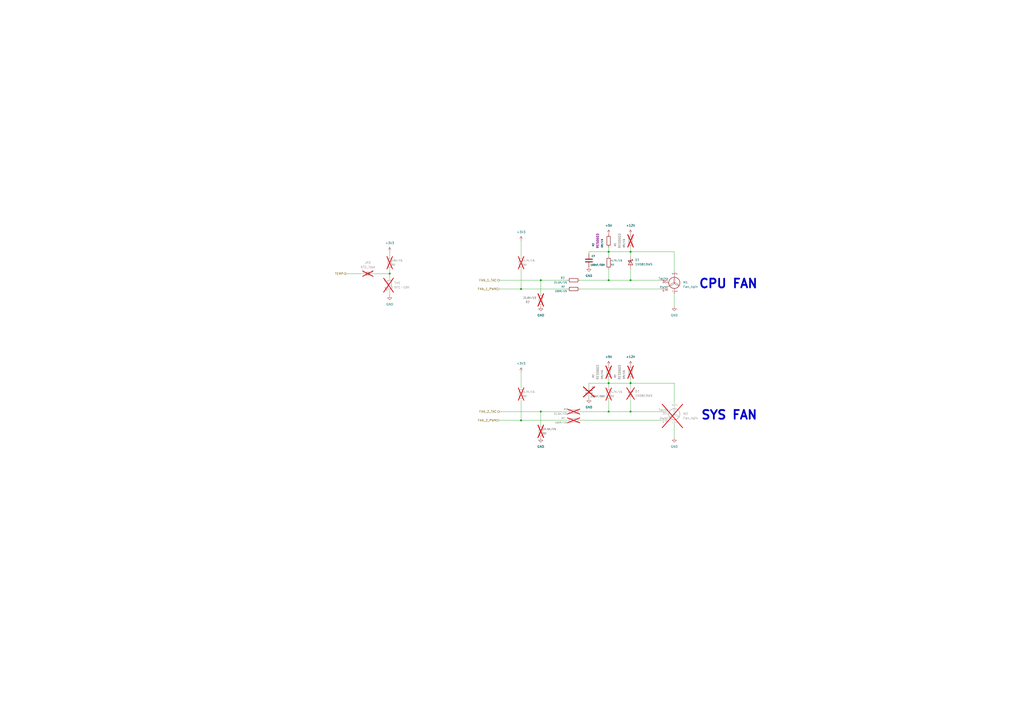
<source format=kicad_sch>
(kicad_sch (version 20231120) (generator "eeschema") (generator_version "8.0")
  (paper "A2")
  (lib_symbols
    (symbol "Device:C" (pin_numbers hide) (pin_names (offset 0.254))
      (property "Reference" "C" (at 0.635 2.54 0))
      (property "Value" "C" (at 0.635 -2.54 0))
      (symbol "C_0_1"
        (polyline (pts (xy -2.032 -0.762) (xy 2.032 -0.762)) (stroke (width 0.508)))
        (polyline (pts (xy -2.032 0.762) (xy 2.032 0.762)) (stroke (width 0.508)))
      )
      (symbol "C_1_1"
        (pin passive line (at 0 3.81 270) (length 2.794) (name "~") (number "1"))
        (pin passive line (at 0 -3.81 90) (length 2.794) (name "~") (number "2"))
      )
    )
    (symbol "Device:R" (pin_numbers hide) (pin_names (offset 0))
      (property "Reference" "R" (at 2.032 0 90))
      (property "Value" "R" (at 0 0 90))
      (symbol "R_0_1"
        (rectangle (start -1.016 -2.54) (end 1.016 2.54) (stroke (width 0.254)))
      )
      (symbol "R_1_1"
        (pin passive line (at 0 3.81 270) (length 1.27) (name "~") (number "1"))
        (pin passive line (at 0 -3.81 90) (length 1.27) (name "~") (number "2"))
      )
    )
    (symbol "Device:Thermistor_NTC" (pin_numbers hide) (pin_names (offset 0))
      (property "Reference" "TH" (at -4.445 0 90))
      (property "Value" "Thermistor_NTC" (at 3.175 0 90))
      (symbol "Thermistor_NTC_0_1"
        (arc (start -3.048 2.159) (mid -3.0495 2.3143) (end -3.175 2.413))
        (arc (start -3.048 2.159) (mid -2.9736 1.9794) (end -2.794 1.905))
        (arc (start -3.048 2.794) (mid -2.9736 2.6144) (end -2.794 2.54))
        (arc (start -2.794 1.905) (mid -2.6144 1.9794) (end -2.54 2.159))
        (arc (start -2.794 2.54) (mid -2.4393 2.5587) (end -2.159 2.794))
        (arc (start -2.794 3.048) (mid -2.9736 2.9736) (end -3.048 2.794))
        (arc (start -2.54 2.794) (mid -2.6144 2.9736) (end -2.794 3.048))
        (rectangle (start -1.016 2.54) (end 1.016 -2.54) (stroke (width 0.254)))
        (polyline (pts (xy -2.54 2.159) (xy -2.54 2.794)))
        (polyline (pts (xy -1.778 2.54) (xy -1.778 1.524) (xy 1.778 -1.524) (xy 1.778 -2.54)))
        (polyline (pts (xy -2.54 -3.683) (xy -2.54 -1.397) (xy -2.794 -2.159) (xy -2.286 -2.159) (xy -2.54 -1.397) (xy -2.54 -1.651)) (fill (type outline)))
        (polyline (pts (xy -1.778 -1.397) (xy -1.778 -3.683) (xy -2.032 -2.921) (xy -1.524 -2.921) (xy -1.778 -3.683) (xy -1.778 -3.429)) (fill (type outline)))
      )
      (symbol "Thermistor_NTC_1_1"
        (pin passive line (at 0 3.81 270) (length 1.27) (name "~") (number "1"))
        (pin passive line (at 0 -3.81 90) (length 1.27) (name "~") (number "2"))
      )
    )
    (symbol "Diode:1N5819WS" (pin_numbers hide) (pin_names (offset 1.016) hide)
      (property "Reference" "D" (at 0 2.54 0))
      (property "Value" "1N5819WS" (at 0 -2.54 0))
      (symbol "1N5819WS_0_1"
        (polyline (pts (xy 1.27 0) (xy -1.27 0)))
        (polyline (pts (xy 1.27 1.27) (xy 1.27 -1.27) (xy -1.27 0) (xy 1.27 1.27)) (stroke (width 0.254)))
        (polyline (pts (xy -1.905 0.635) (xy -1.905 1.27) (xy -1.27 1.27) (xy -1.27 -1.27) (xy -0.635 -1.27) (xy -0.635 -0.635)) (stroke (width 0.254)))
      )
      (symbol "1N5819WS_1_1"
        (pin passive line (at -3.81 0 0) (length 2.54) (name "K") (number "1"))
        (pin passive line (at 3.81 0 180) (length 2.54) (name "A") (number "2"))
      )
    )
    (symbol "Jumper:SolderJumper_2_Open" (pin_names (offset 0) hide)
      (property "Reference" "JP" (at 0 2.032 0))
      (property "Value" "SolderJumper_2_Open" (at 0 -2.54 0))
      (symbol "SolderJumper_2_Open_0_1"
        (arc (start -0.254 1.016) (mid -1.2656 0) (end -0.254 -1.016))
        (arc (start -0.254 1.016) (mid -1.2656 0) (end -0.254 -1.016) (fill (type outline)))
        (polyline (pts (xy -0.254 1.016) (xy -0.254 -1.016)))
        (polyline (pts (xy 0.254 1.016) (xy 0.254 -1.016)))
        (arc (start 0.254 -1.016) (mid 1.2656 0) (end 0.254 1.016))
        (arc (start 0.254 -1.016) (mid 1.2656 0) (end 0.254 1.016) (fill (type outline)))
      )
      (symbol "SolderJumper_2_Open_1_1"
        (pin passive line (at -3.81 0 0) (length 2.54) (name "A") (number "1"))
        (pin passive line (at 3.81 0 180) (length 2.54) (name "B") (number "2"))
      )
    )
    (symbol "Motor:Fan_4pin" (pin_names (offset 0))
      (property "Reference" "M" (at 2.54 5.08 0))
      (property "Value" "Fan_4pin" (at 2.54 -2.54 0))
      (symbol "Fan_4pin_0_0"
        (arc (start -5.588 1.524) (mid -5.08 1.0182) (end -4.572 1.524))
        (arc (start -5.08 2.032) (mid -5.4392 1.8832) (end -5.588 1.524))
        (polyline (pts (xy -5.08 2.032) (xy -5.334 2.159)))
        (polyline (pts (xy -5.08 2.032) (xy -5.207 1.778)))
        (polyline (pts (xy -4.064 2.54) (xy -4.064 1.016) (xy -3.302 1.016)))
      )
      (symbol "Fan_4pin_0_1"
        (arc (start -2.54 -0.508) (mid 0.0028 0.9121) (end 0 3.81))
        (polyline (pts (xy -4.064 2.54) (xy -5.08 2.54)))
        (polyline (pts (xy 0 -5.08) (xy 0 -4.572)))
        (polyline (pts (xy 0 -2.2352) (xy 0 -2.6416)))
        (polyline (pts (xy 0 4.2672) (xy 0 4.6228)))
        (polyline (pts (xy 0 4.572) (xy 0 5.08)))
        (polyline (pts (xy -2.54 -1.016) (xy -4.064 -1.016) (xy -4.064 -2.54) (xy -5.08 -2.54)))
        (polyline (pts (xy -5.334 -3.302) (xy -5.08 -3.302) (xy -5.08 -3.048) (xy -4.826 -3.048) (xy -4.826 -3.302) (xy -4.318 -3.302) (xy -4.318 -3.048) (xy -4.064 -3.048) (xy -4.064 -3.302) (xy -3.556 -3.302)))
        (circle (center 0 1.016) (radius 3.2512) (stroke (width 0.254)))
        (arc (start 0 3.81) (mid 0.053 0.921) (end 2.54 -0.508))
        (arc (start 2.54 -0.508) (mid 0 1.0618) (end -2.54 -0.508))
      )
      (symbol "Fan_4pin_1_1"
        (pin passive line (at 0 -5.08 90) (length 2.54) (name "-") (number "1"))
        (pin passive line (at 0 7.62 270) (length 2.54) (name "+") (number "2"))
        (pin passive line (at -7.62 2.54 0) (length 2.54) (name "Tacho") (number "3"))
        (pin input line (at -7.62 -2.54 0) (length 2.54) (name "PWM") (number "4"))
      )
    )
    (symbol "power:+12V" (power) (pin_names (offset 0))
      (property "Value" "+12V" (at 0 3.556 0))
      (symbol "+12V_0_1"
        (polyline (pts (xy -0.762 1.27) (xy 0 2.54)))
        (polyline (pts (xy 0 0) (xy 0 2.54)))
        (polyline (pts (xy 0 2.54) (xy 0.762 1.27)))
      )
      (symbol "+12V_1_1"
        (pin power_in line (at 0 0 90) (length 0) hide (name "+12V") (number "1"))
      )
    )
    (symbol "power:+3V3" (power) (pin_names (offset 0))
      (property "Value" "+3V3" (at 0 3.556 0))
      (symbol "+3V3_0_1"
        (polyline (pts (xy -0.762 1.27) (xy 0 2.54)))
        (polyline (pts (xy 0 0) (xy 0 2.54)))
        (polyline (pts (xy 0 2.54) (xy 0.762 1.27)))
      )
      (symbol "+3V3_1_1"
        (pin power_in line (at 0 0 90) (length 0) hide (name "+3V3") (number "1"))
      )
    )
    (symbol "power:+5V" (power) (pin_names (offset 0))
      (property "Value" "+5V" (at 0 3.556 0))
      (symbol "+5V_0_1"
        (polyline (pts (xy -0.762 1.27) (xy 0 2.54)))
        (polyline (pts (xy 0 0) (xy 0 2.54)))
        (polyline (pts (xy 0 2.54) (xy 0.762 1.27)))
      )
      (symbol "+5V_1_1"
        (pin power_in line (at 0 0 90) (length 0) hide (name "+5V") (number "1"))
      )
    )
    (symbol "power:GND" (power) (pin_names (offset 0))
      (property "Value" "GND" (at 0 -3.81 0))
      (symbol "GND_0_1"
        (polyline (pts (xy 0 0) (xy 0 -1.27) (xy 1.27 -1.27) (xy 0 -2.54) (xy -1.27 -1.27) (xy 0 -1.27)))
      )
      (symbol "GND_1_1"
        (pin power_in line (at 0 0 270) (length 0) hide (name "GND") (number "1"))
      )
    )
  )
  (junction (at 353.06 238.76))
  (junction (at 353.06 146.05))
  (junction (at 313.69 162.56))
  (junction (at 365.76 146.05))
  (junction (at 365.76 222.25))
  (junction (at 302.26 167.64))
  (junction (at 353.06 222.25))
  (junction (at 302.26 243.84))
  (junction (at 365.76 162.56))
  (junction (at 353.06 162.56))
  (junction (at 226.06 158.75))
  (junction (at 365.76 238.76))
  (junction (at 313.69 238.76))
  (wire (pts (xy 341.63 222.25) (xy 353.06 222.25)))
  (wire (pts (xy 226.06 146.05) (xy 226.06 148.59)))
  (wire (pts (xy 365.76 146.05) (xy 353.06 146.05)))
  (wire (pts (xy 365.76 143.51) (xy 365.76 146.05)))
  (wire (pts (xy 336.55 162.56) (xy 353.06 162.56)))
  (wire (pts (xy 289.56 167.64) (xy 302.26 167.64)))
  (wire (pts (xy 353.06 238.76) (xy 365.76 238.76)))
  (wire (pts (xy 302.26 215.9) (xy 302.26 224.79)))
  (wire (pts (xy 302.26 167.64) (xy 328.93 167.64)))
  (wire (pts (xy 289.56 162.56) (xy 313.69 162.56)))
  (wire (pts (xy 313.69 238.76) (xy 313.69 246.38)))
  (wire (pts (xy 391.16 222.25) (xy 365.76 222.25)))
  (wire (pts (xy 365.76 224.79) (xy 365.76 222.25)))
  (wire (pts (xy 383.54 238.76) (xy 365.76 238.76)))
  (wire (pts (xy 302.26 243.84) (xy 328.93 243.84)))
  (wire (pts (xy 353.06 219.71) (xy 353.06 222.25)))
  (wire (pts (xy 391.16 170.18) (xy 391.16 177.8)))
  (wire (pts (xy 341.63 147.32) (xy 341.63 146.05)))
  (wire (pts (xy 353.06 146.05) (xy 353.06 148.59)))
  (wire (pts (xy 226.06 168.91) (xy 226.06 171.45)))
  (wire (pts (xy 336.55 238.76) (xy 353.06 238.76)))
  (wire (pts (xy 313.69 162.56) (xy 328.93 162.56)))
  (wire (pts (xy 200.66 158.75) (xy 209.55 158.75)))
  (wire (pts (xy 365.76 162.56) (xy 365.76 156.21)))
  (wire (pts (xy 365.76 238.76) (xy 365.76 232.41)))
  (wire (pts (xy 289.56 238.76) (xy 313.69 238.76)))
  (wire (pts (xy 226.06 156.21) (xy 226.06 158.75)))
  (wire (pts (xy 336.55 167.64) (xy 383.54 167.64)))
  (wire (pts (xy 365.76 222.25) (xy 353.06 222.25)))
  (wire (pts (xy 353.06 222.25) (xy 353.06 224.79)))
  (wire (pts (xy 313.69 162.56) (xy 313.69 170.18)))
  (wire (pts (xy 391.16 246.38) (xy 391.16 254)))
  (wire (pts (xy 341.63 223.52) (xy 341.63 222.25)))
  (wire (pts (xy 391.16 233.68) (xy 391.16 222.25)))
  (wire (pts (xy 391.16 146.05) (xy 365.76 146.05)))
  (wire (pts (xy 313.69 238.76) (xy 328.93 238.76)))
  (wire (pts (xy 302.26 139.7) (xy 302.26 148.59)))
  (wire (pts (xy 365.76 148.59) (xy 365.76 146.05)))
  (wire (pts (xy 353.06 232.41) (xy 353.06 238.76)))
  (wire (pts (xy 217.17 158.75) (xy 226.06 158.75)))
  (wire (pts (xy 391.16 157.48) (xy 391.16 146.05)))
  (wire (pts (xy 226.06 158.75) (xy 226.06 161.29)))
  (wire (pts (xy 302.26 156.21) (xy 302.26 167.64)))
  (wire (pts (xy 383.54 162.56) (xy 365.76 162.56)))
  (wire (pts (xy 289.56 243.84) (xy 302.26 243.84)))
  (wire (pts (xy 353.06 156.21) (xy 353.06 162.56)))
  (wire (pts (xy 353.06 143.51) (xy 353.06 146.05)))
  (wire (pts (xy 353.06 162.56) (xy 365.76 162.56)))
  (wire (pts (xy 365.76 219.71) (xy 365.76 222.25)))
  (wire (pts (xy 341.63 146.05) (xy 353.06 146.05)))
  (wire (pts (xy 336.55 243.84) (xy 383.54 243.84)))
  (wire (pts (xy 302.26 232.41) (xy 302.26 243.84)))
  (text "CPU FAN" (at 405.13 167.64 0) (effects (font (size 5.08 5.08) (bold yes)) (justify left bottom)))
  (text "SYS FAN" (at 406.4 243.84 0) (effects (font (size 5.08 5.08) (bold yes)) (justify left bottom)))
  (hierarchical_label "FAN_1_TAC" (shape output) (at 289.56 162.56 180))
  (hierarchical_label "FAN_1_PWM" (shape input) (at 289.56 167.64 180))
  (hierarchical_label "TEMP" (shape output) (at 200.66 158.75 180))
  (hierarchical_label "FAN_2_PWM" (shape input) (at 289.56 243.84 180))
  (hierarchical_label "FAN_2_TAC" (shape output) (at 289.56 238.76 180))
  (symbol (lib_id "Device:R") (at 332.74 167.64 90) (unit 1)
    (property "Reference" "R?" (at 327.66 166.37 90) (effects (font (size 1 1)) (justify left)))
    (property "Value" "100R/1%" (at 328.93 168.91 90) (effects (font (size 1 1)) (justify left)))
    (property "Footprint" "Resistor_SMD:R_0402_1005Metric" (effects (hide yes)))
    (property "DF_Comment" "贴片电阻0402-100R-1%" (effects (hide yes)))
  )
  (symbol (lib_id "Device:R") (at 332.74 243.84 90) (unit 1) (in_bom no) (on_board no) (dnp yes)
    (property "Reference" "R?" (at 327.66 242.57 90) (effects (font (size 1 1)) (justify left)))
    (property "Value" "100R/1%" (at 328.93 245.11 90) (effects (font (size 1 1)) (justify left)))
    (property "Footprint" "Resistor_SMD:R_0402_1005Metric" (effects (hide yes)))
    (property "DF_Comment" "贴片电阻0402-100R-1%" (effects (hide yes)))
  )
  (symbol (lib_id "Device:R") (at 353.06 139.7 180) (unit 1)
    (property "Reference" "R?" (at 344.17 140.97 90) (effects (font (size 1 1)) (justify left)))
    (property "Value" "0R/1%" (at 349.25 138.43 90) (effects (font (size 1 1)) (justify left)))
    (property "Footprint" "RES0603" (at 346.71 139.7 90))
    (property "DF_Comment" "贴片电阻0603-0R-5%(0603-1.6*0.8*0.4)" (effects (hide yes)))
  )
  (symbol (lib_id "Jumper:SolderJumper_2_Open") (at 213.36 158.75 0) (unit 1) (exclude_from_sim yes) (in_bom no) (on_board no) (dnp yes)
    (property "Reference" "JP2" (at 213.36 152.4 0))
    (property "Value" "NTC_Test" (at 213.36 154.94 0))
    (property "Footprint" "Jumper:SolderJumper-2_P1.3mm_Open_RoundedPad1.0x1.5mm" (effects (hide yes)))
  )
  (symbol (lib_id "Device:R") (at 313.69 173.99 0) (unit 1) (in_bom no) (dnp yes)
    (property "Reference" "R?" (at 306.07 175.26 0))
    (property "Value" "21.5K/1%" (at 307.34 172.72 0) (effects (font (size 1 1))))
    (property "Footprint" "Resistor_SMD:R_0402_1005Metric" (effects (hide yes)))
    (property "DF_Comment" "贴片电阻0402-21.5K-1%" (effects (hide yes)))
  )
  (symbol (lib_id "Device:R") (at 365.76 215.9 180) (unit 1) (in_bom no) (on_board no) (dnp yes)
    (property "Reference" "R?" (at 356.87 217.17 90) (effects (font (size 1 1)) (justify left)))
    (property "Value" "0R/1%" (at 361.95 214.63 90) (effects (font (size 1 1)) (justify left)))
    (property "Footprint" "RES0603" (at 359.41 215.9 90))
    (property "DF_Comment" "贴片电阻0603-0R-5%(0603-1.6*0.8*0.4)" (effects (hide yes)))
  )
  (symbol (lib_id "Device:Thermistor_NTC") (at 226.06 165.1 0) (unit 1) (in_bom no) (on_board no) (dnp yes)
    (property "Reference" "TH1" (at 228.6 164.1475 0) (effects (justify left)))
    (property "Value" "NTC-10K" (at 228.6 166.6875 0) (effects (justify left)))
    (property "Footprint" "Resistor_SMD:R_0603_1608Metric" (effects (hide yes)))
    (property "DF_Comment" "贴片热敏电阻0603-NCP18XH103F03RB-10K" (effects (hide yes)))
  )
  (symbol (lib_id "Device:C") (at 341.63 151.13 0) (unit 1)
    (property "Reference" "C?" (at 344.17 148.59 0) (effects (font (size 1 1))))
    (property "Value" "100nF/50V" (at 346.71 153.67 0) (effects (font (size 1 1))))
    (property "Footprint" "Capacitor_SMD:C_0402_1005Metric" (effects (hide yes)))
    (property "DF_Comment" "贴片电容0402-100nF-50V-X7R_CC0402KRX7R9BB104" (effects (hide yes)))
    (property "SCH_Show_Footprint" "C0402" (effects (hide yes)))
  )
  (symbol (lib_id "power:GND") (at 341.63 231.14 0) (unit 1)
    (property "Reference" "#PWR0117" (effects (hide yes)))
    (property "Value" "GND" (at 341.63 236.22 0))
  )
  (symbol (lib_id "Device:R") (at 365.76 139.7 180) (unit 1) (in_bom no) (dnp yes)
    (property "Reference" "R?" (at 356.87 140.97 90) (effects (font (size 1 1)) (justify left)))
    (property "Value" "0R/1%" (at 361.95 138.43 90) (effects (font (size 1 1)) (justify left)))
    (property "Footprint" "RES0603" (at 359.41 139.7 90))
    (property "DF_Comment" "贴片电阻0603-0R-5%(0603-1.6*0.8*0.4)" (effects (hide yes)))
  )
  (symbol (lib_id "Motor:Fan_4pin") (at 391.16 241.3 0) (unit 1) (in_bom no) (on_board no) (dnp yes)
    (property "Reference" "M2" (at 396.24 240.03 0) (effects (justify left)))
    (property "Value" "Fan_4pin" (at 396.24 242.57 0) (effects (justify left)))
    (property "Footprint" "Connector_JST:JST_PH_B4B-PH-K_1x04_P2.00mm_Vertical" (effects (hide yes)))
    (property "Datasheet" "http://www.formfactors.org/developer%5Cspecs%5Crev1_2_public.pdf" (effects (hide yes)))
    (property "Buy_Link" "https://item.szlcsc.com/255571.html" (effects (hide yes)))
    (property "DF_Comment" "JST-B4B-PH-K(LF)(SN)" (effects (hide yes)))
  )
  (symbol (lib_id "power:GND") (at 391.16 177.8 0) (unit 1)
    (property "Reference" "#PWR0123" (effects (hide yes)))
    (property "Value" "GND" (at 391.16 182.88 0))
  )
  (symbol (lib_id "Diode:1N5819WS") (at 365.76 228.6 270) (unit 1) (in_bom no) (on_board no) (dnp yes)
    (property "Reference" "D?" (at 368.3 227.0125 90) (effects (justify left)))
    (property "Value" "1N5819WS" (at 368.3 229.5525 90) (effects (justify left)))
    (property "Footprint" "Diode_SMD:D_SOD-323" (effects (hide yes)))
    (property "Datasheet" "https://datasheet.lcsc.com/lcsc/2204281430_Guangdong-Hottech-1N5819WS_C191023.pdf" (effects (hide yes)))
    (property "DF_Comment" "二极管-1N5819W-SOD323备选型号:B5819WS、JSPD140A" (effects (hide yes)))
    (property "SCH_Show_Footprint" "SOD-323" (effects (hide yes)))
  )
  (symbol (lib_id "power:+5V") (at 353.06 135.89 0) (unit 1)
    (property "Reference" "#PWR0118" (effects (hide yes)))
    (property "Value" "+5V" (at 353.06 130.81 0))
  )
  (symbol (lib_id "power:GND") (at 313.69 177.8 0) (unit 1)
    (property "Reference" "#PWR0114" (effects (hide yes)))
    (property "Value" "GND" (at 313.69 182.88 0))
  )
  (symbol (lib_id "Device:C") (at 341.63 227.33 0) (unit 1) (in_bom no) (on_board no) (dnp yes)
    (property "Reference" "C?" (at 344.17 224.79 0) (effects (font (size 1 1))))
    (property "Value" "100nF/50V" (at 346.71 229.87 0) (effects (font (size 1 1))))
    (property "Footprint" "Capacitor_SMD:C_0402_1005Metric" (effects (hide yes)))
    (property "DF_Comment" "贴片电容0402-100nF-50V-X7R_CC0402KRX7R9BB104" (effects (hide yes)))
    (property "SCH_Show_Footprint" "C0402" (effects (hide yes)))
  )
  (symbol (lib_id "power:+12V") (at 365.76 212.09 0) (unit 1)
    (property "Reference" "#PWR0121" (effects (hide yes)))
    (property "Value" "+12V" (at 365.76 207.01 0))
  )
  (symbol (lib_id "Device:R") (at 302.26 152.4 0) (unit 1) (in_bom no) (dnp yes)
    (property "Reference" "R?" (at 303.53 153.67 0) (effects (font (size 1 1)) (justify left)))
    (property "Value" "4.7K/1%" (at 303.53 151.13 0) (effects (font (size 1 1)) (justify left)))
    (property "Footprint" "Resistor_SMD:R_0402_1005Metric" (effects (hide yes)))
    (property "DF_Comment" "贴片电阻0402-4.7K-1%" (effects (hide yes)))
  )
  (symbol (lib_id "Device:R") (at 332.74 238.76 90) (unit 1) (in_bom no) (on_board no) (dnp yes)
    (property "Reference" "R?" (at 328.93 237.49 90) (effects (font (size 1 1)) (justify left)))
    (property "Value" "21.5K/1%" (at 328.93 240.03 90) (effects (font (size 1 1)) (justify left)))
    (property "Footprint" "Resistor_SMD:R_0402_1005Metric" (effects (hide yes)))
    (property "DF_Comment" "贴片电阻0402-21.5K-1%" (effects (hide yes)))
  )
  (symbol (lib_id "power:GND") (at 391.16 254 0) (unit 1)
    (property "Reference" "#PWR0125" (effects (hide yes)))
    (property "Value" "GND" (at 391.16 259.08 0))
  )
  (symbol (lib_id "Motor:Fan_4pin") (at 391.16 165.1 0) (unit 1)
    (property "Reference" "M1" (at 396.24 163.83 0) (effects (justify left)))
    (property "Value" "Fan_4pin" (at 396.24 166.37 0) (effects (justify left)))
    (property "Footprint" "Connector_JST:JST_PH_B4B-PH-K_1x04_P2.00mm_Vertical" (effects (hide yes)))
    (property "Datasheet" "http://www.formfactors.org/developer%5Cspecs%5Crev1_2_public.pdf" (effects (hide yes)))
    (property "Buy_Link" "https://item.szlcsc.com/255571.html" (effects (hide yes)))
    (property "DF_Comment" "JST-B4B-PH-K(LF)(SN)" (effects (hide yes)))
  )
  (symbol (lib_id "power:GND") (at 313.69 254 0) (unit 1)
    (property "Reference" "#PWR0115" (effects (hide yes)))
    (property "Value" "GND" (at 313.69 259.08 0))
  )
  (symbol (lib_id "Device:R") (at 302.26 228.6 0) (unit 1) (in_bom no) (on_board no) (dnp yes)
    (property "Reference" "R?" (at 303.53 229.87 0) (effects (font (size 1 1)) (justify left)))
    (property "Value" "4.7K/1%" (at 303.53 227.33 0) (effects (font (size 1 1)) (justify left)))
    (property "Footprint" "Resistor_SMD:R_0402_1005Metric" (effects (hide yes)))
    (property "DF_Comment" "贴片电阻0402-4.7K-1%" (effects (hide yes)))
  )
  (symbol (lib_id "Device:R") (at 332.74 162.56 270) (unit 1)
    (property "Reference" "R?" (at 326.39 161.29 90))
    (property "Value" "21.5K/1%" (at 325.12 163.83 90) (effects (font (size 1 1))))
    (property "Footprint" "Resistor_SMD:R_0402_1005Metric" (effects (hide yes)))
    (property "DF_Comment" "贴片电阻0402-21.5K-1%" (effects (hide yes)))
  )
  (symbol (lib_id "power:+3V3") (at 226.06 146.05 0) (unit 1)
    (property "Reference" "#PWR0113" (effects (hide yes)))
    (property "Value" "+3V3" (at 226.06 140.97 0))
  )
  (symbol (lib_id "power:GND") (at 341.63 154.94 0) (unit 1)
    (property "Reference" "#PWR0116" (effects (hide yes)))
    (property "Value" "GND" (at 341.63 160.02 0))
  )
  (symbol (lib_id "Device:R") (at 226.06 152.4 0) (unit 1) (in_bom no) (on_board no) (dnp yes)
    (property "Reference" "R?" (at 227.33 153.67 0) (effects (font (size 1 1)) (justify left)))
    (property "Value" "10K/1%" (at 227.33 151.13 0) (effects (font (size 1 1)) (justify left)))
    (property "Footprint" "Resistor_SMD:R_0402_1005Metric" (effects (hide yes)))
    (property "DF_Comment" "贴片电阻0402-10K-1%" (effects (hide yes)))
  )
  (symbol (lib_id "Device:R") (at 313.69 250.19 0) (unit 1) (in_bom no) (on_board no) (dnp yes)
    (property "Reference" "R?" (at 314.96 251.46 0) (effects (font (size 1 1)) (justify left)))
    (property "Value" "21.5K/1%" (at 314.96 248.92 0) (effects (font (size 1 1)) (justify left)))
    (property "Footprint" "Resistor_SMD:R_0402_1005Metric" (effects (hide yes)))
    (property "DF_Comment" "贴片电阻0402-21.5K-1%" (effects (hide yes)))
  )
  (symbol (lib_id "power:+3V3") (at 302.26 139.7 0) (unit 1)
    (property "Reference" "#PWR0110" (effects (hide yes)))
    (property "Value" "+3V3" (at 302.26 134.62 0))
  )
  (symbol (lib_id "Diode:1N5819WS") (at 365.76 152.4 270) (unit 1)
    (property "Reference" "D?" (at 368.3 150.8125 90) (effects (justify left)))
    (property "Value" "1N5819WS" (at 368.3 153.3525 90) (effects (justify left)))
    (property "Footprint" "Diode_SMD:D_SOD-323" (effects (hide yes)))
    (property "Datasheet" "https://datasheet.lcsc.com/lcsc/2204281430_Guangdong-Hottech-1N5819WS_C191023.pdf" (effects (hide yes)))
    (property "DF_Comment" "二极管-1N5819W-SOD323备选型号:B5819WS、JSPD140A" (effects (hide yes)))
    (property "SCH_Show_Footprint" "SOD-323" (effects (hide yes)))
  )
  (symbol (lib_id "power:+3V3") (at 302.26 215.9 0) (unit 1)
    (property "Reference" "#PWR0112" (effects (hide yes)))
    (property "Value" "+3V3" (at 302.26 210.82 0))
  )
  (symbol (lib_id "Device:R") (at 353.06 228.6 0) (unit 1) (in_bom no) (on_board no) (dnp yes)
    (property "Reference" "R?" (at 354.33 229.87 0) (effects (font (size 1 1)) (justify left)))
    (property "Value" "4.7K/1%" (at 354.33 227.33 0) (effects (font (size 1 1)) (justify left)))
    (property "Footprint" "Resistor_SMD:R_0402_1005Metric" (effects (hide yes)))
    (property "DF_Comment" "贴片电阻0402-4.7K-1%" (effects (hide yes)))
  )
  (symbol (lib_id "Device:R") (at 353.06 152.4 0) (unit 1)
    (property "Reference" "R?" (at 354.33 153.67 0) (effects (font (size 1 1)) (justify left)))
    (property "Value" "4.7K/1%" (at 354.33 151.13 0) (effects (font (size 1 1)) (justify left)))
    (property "Footprint" "Resistor_SMD:R_0402_1005Metric" (effects (hide yes)))
    (property "DF_Comment" "贴片电阻0402-4.7K-1%" (effects (hide yes)))
  )
  (symbol (lib_id "Device:R") (at 353.06 215.9 180) (unit 1) (in_bom no) (on_board no) (dnp yes)
    (property "Reference" "R?" (at 344.17 217.17 90) (effects (font (size 1 1)) (justify left)))
    (property "Value" "0R/1%" (at 349.25 214.63 90) (effects (font (size 1 1)) (justify left)))
    (property "Footprint" "RES0603" (at 346.71 215.9 90))
    (property "DF_Comment" "贴片电阻0603-0R-5%(0603-1.6*0.8*0.4)" (effects (hide yes)))
  )
  (symbol (lib_id "power:GND") (at 226.06 171.45 0) (unit 1)
    (property "Reference" "#PWR0111" (effects (hide yes)))
    (property "Value" "GND" (at 226.06 176.53 0))
  )
  (symbol (lib_id "power:+12V") (at 365.76 135.89 0) (unit 1)
    (property "Reference" "#PWR0120" (effects (hide yes)))
    (property "Value" "+12V" (at 365.76 130.81 0))
  )
  (symbol (lib_id "power:+5V") (at 353.06 212.09 0) (unit 1)
    (property "Reference" "#PWR0119" (effects (hide yes)))
    (property "Value" "+5V" (at 353.06 207.01 0))
  )
)
</source>
